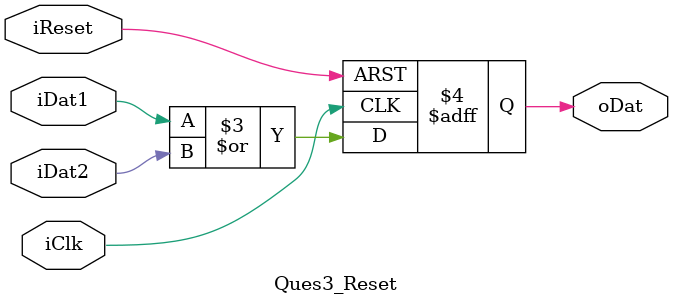
<source format=v>
module Ques3_Reset(
	input iReset, iClk,
	input iDat1, iDat2,
	output reg oDat
);

	always@(posedge iClk or negedge iReset)
	begin
		if (!iReset)
			oDat<=0;
		else
			oDat<=iDat1 | iDat2;
	end

endmodule

</source>
